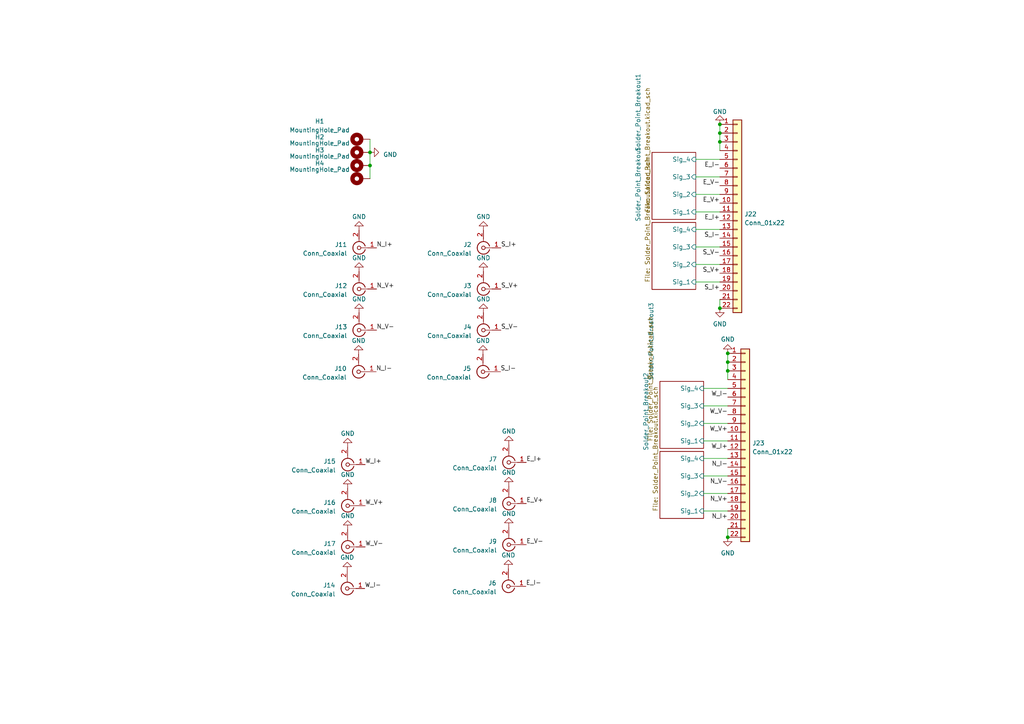
<source format=kicad_sch>
(kicad_sch (version 20230121) (generator eeschema)
  (paper "A4")
  (lib_symbols
    (symbol "Connector:Conn_Coaxial" (pin_names (offset 1.016) hide)
      (property "Reference" "J" (at 0.254 3.048 0))
      (property "Value" "Conn_Coaxial" (at 2.921 0 90))
      (symbol "Conn_Coaxial_0_1"
        (arc (start -1.778 -0.508) (mid 0.2311 -1.8066) (end 1.778 0) (stroke (width 0.254)))
        (polyline (pts (xy -2.54 0) (xy -0.508 0)))
        (polyline (pts (xy 0 -2.54) (xy 0 -1.778)))
        (circle (center 0 0) (radius 0.508) (stroke (width 0.2032)))
        (arc (start 1.778 0) (mid 0.2099 1.8101) (end -1.778 0.508) (stroke (width 0.254)))
      )
      (symbol "Conn_Coaxial_1_1"
        (pin passive line (at -5.08 0 0) (length 2.54) (name "In") (number "1"))
        (pin passive line (at 0 -5.08 90) (length 2.54) (name "Ext") (number "2"))
      )
    )
    (symbol "Connector_Generic:Conn_01x22" (pin_names (offset 1.016) hide)
      (property "Reference" "J" (at 0 27.94 0))
      (property "Value" "Conn_01x22" (at 0 -30.48 0))
      (symbol "Conn_01x22_1_1"
        (rectangle (start -1.27 -27.813) (end 0 -28.067) (stroke (width 0.1524)))
        (rectangle (start -1.27 -25.273) (end 0 -25.527) (stroke (width 0.1524)))
        (rectangle (start -1.27 -22.733) (end 0 -22.987) (stroke (width 0.1524)))
        (rectangle (start -1.27 -20.193) (end 0 -20.447) (stroke (width 0.1524)))
        (rectangle (start -1.27 -17.653) (end 0 -17.907) (stroke (width 0.1524)))
        (rectangle (start -1.27 -15.113) (end 0 -15.367) (stroke (width 0.1524)))
        (rectangle (start -1.27 -12.573) (end 0 -12.827) (stroke (width 0.1524)))
        (rectangle (start -1.27 -10.033) (end 0 -10.287) (stroke (width 0.1524)))
        (rectangle (start -1.27 -7.493) (end 0 -7.747) (stroke (width 0.1524)))
        (rectangle (start -1.27 -4.953) (end 0 -5.207) (stroke (width 0.1524)))
        (rectangle (start -1.27 -2.413) (end 0 -2.667) (stroke (width 0.1524)))
        (rectangle (start -1.27 0.127) (end 0 -0.127) (stroke (width 0.1524)))
        (rectangle (start -1.27 2.667) (end 0 2.413) (stroke (width 0.1524)))
        (rectangle (start -1.27 5.207) (end 0 4.953) (stroke (width 0.1524)))
        (rectangle (start -1.27 7.747) (end 0 7.493) (stroke (width 0.1524)))
        (rectangle (start -1.27 10.287) (end 0 10.033) (stroke (width 0.1524)))
        (rectangle (start -1.27 12.827) (end 0 12.573) (stroke (width 0.1524)))
        (rectangle (start -1.27 15.367) (end 0 15.113) (stroke (width 0.1524)))
        (rectangle (start -1.27 17.907) (end 0 17.653) (stroke (width 0.1524)))
        (rectangle (start -1.27 20.447) (end 0 20.193) (stroke (width 0.1524)))
        (rectangle (start -1.27 22.987) (end 0 22.733) (stroke (width 0.1524)))
        (rectangle (start -1.27 25.527) (end 0 25.273) (stroke (width 0.1524)))
        (rectangle (start -1.27 26.67) (end 1.27 -29.21) (stroke (width 0.254)) (fill (type background)))
        (pin passive line (at -5.08 25.4 0) (length 3.81) (name "Pin_1") (number "1"))
        (pin passive line (at -5.08 2.54 0) (length 3.81) (name "Pin_10") (number "10"))
        (pin passive line (at -5.08 0 0) (length 3.81) (name "Pin_11") (number "11"))
        (pin passive line (at -5.08 -2.54 0) (length 3.81) (name "Pin_12") (number "12"))
        (pin passive line (at -5.08 -5.08 0) (length 3.81) (name "Pin_13") (number "13"))
        (pin passive line (at -5.08 -7.62 0) (length 3.81) (name "Pin_14") (number "14"))
        (pin passive line (at -5.08 -10.16 0) (length 3.81) (name "Pin_15") (number "15"))
        (pin passive line (at -5.08 -12.7 0) (length 3.81) (name "Pin_16") (number "16"))
        (pin passive line (at -5.08 -15.24 0) (length 3.81) (name "Pin_17") (number "17"))
        (pin passive line (at -5.08 -17.78 0) (length 3.81) (name "Pin_18") (number "18"))
        (pin passive line (at -5.08 -20.32 0) (length 3.81) (name "Pin_19") (number "19"))
        (pin passive line (at -5.08 22.86 0) (length 3.81) (name "Pin_2") (number "2"))
        (pin passive line (at -5.08 -22.86 0) (length 3.81) (name "Pin_20") (number "20"))
        (pin passive line (at -5.08 -25.4 0) (length 3.81) (name "Pin_21") (number "21"))
        (pin passive line (at -5.08 -27.94 0) (length 3.81) (name "Pin_22") (number "22"))
        (pin passive line (at -5.08 20.32 0) (length 3.81) (name "Pin_3") (number "3"))
        (pin passive line (at -5.08 17.78 0) (length 3.81) (name "Pin_4") (number "4"))
        (pin passive line (at -5.08 15.24 0) (length 3.81) (name "Pin_5") (number "5"))
        (pin passive line (at -5.08 12.7 0) (length 3.81) (name "Pin_6") (number "6"))
        (pin passive line (at -5.08 10.16 0) (length 3.81) (name "Pin_7") (number "7"))
        (pin passive line (at -5.08 7.62 0) (length 3.81) (name "Pin_8") (number "8"))
        (pin passive line (at -5.08 5.08 0) (length 3.81) (name "Pin_9") (number "9"))
      )
    )
    (symbol "Mechanical:MountingHole_Pad" (pin_numbers hide) (pin_names (offset 1.016) hide)
      (property "Reference" "H" (at 0 6.35 0))
      (property "Value" "MountingHole_Pad" (at 0 4.445 0))
      (symbol "MountingHole_Pad_0_1"
        (circle (center 0 1.27) (radius 1.27) (stroke (width 1.27)))
      )
      (symbol "MountingHole_Pad_1_1"
        (pin input line (at 0 -2.54 90) (length 2.54) (name "1") (number "1"))
      )
    )
    (symbol "power:GND" (power) (pin_names (offset 0))
      (property "Value" "GND" (at 0 -3.81 0))
      (symbol "GND_0_1"
        (polyline (pts (xy 0 0) (xy 0 -1.27) (xy 1.27 -1.27) (xy 0 -2.54) (xy -1.27 -1.27) (xy 0 -1.27)))
      )
      (symbol "GND_1_1"
        (pin power_in line (at 0 0 270) (length 0) hide (name "GND") (number "1"))
      )
    )
  )
  (junction (at 211.074 105.029))
  (junction (at 208.788 36.068))
  (junction (at 208.788 41.148))
  (junction (at 208.788 38.608))
  (junction (at 211.074 102.489))
  (junction (at 208.788 89.408))
  (junction (at 211.074 107.569))
  (junction (at 107.315 44.196))
  (junction (at 211.074 155.829))
  (junction (at 107.315 48.006))
  (wire (pts (xy 208.788 36.068) (xy 208.788 38.608)))
  (wire (pts (xy 204.089 148.209) (xy 211.074 148.209)))
  (wire (pts (xy 201.803 51.308) (xy 208.788 51.308)))
  (wire (pts (xy 204.089 122.809) (xy 211.074 122.809)))
  (wire (pts (xy 208.788 86.868) (xy 208.788 89.408)))
  (wire (pts (xy 204.089 143.129) (xy 211.074 143.129)))
  (wire (pts (xy 201.803 81.788) (xy 208.788 81.788)))
  (wire (pts (xy 107.315 40.386) (xy 107.315 44.196)))
  (wire (pts (xy 107.315 44.196) (xy 107.315 48.006)))
  (wire (pts (xy 204.089 117.729) (xy 211.074 117.729)))
  (wire (pts (xy 211.074 102.489) (xy 211.074 105.029)))
  (wire (pts (xy 201.803 56.388) (xy 208.788 56.388)))
  (wire (pts (xy 201.803 61.468) (xy 208.788 61.468)))
  (wire (pts (xy 208.788 38.608) (xy 208.788 41.148)))
  (wire (pts (xy 201.803 66.548) (xy 208.788 66.548)))
  (wire (pts (xy 204.089 138.049) (xy 211.074 138.049)))
  (wire (pts (xy 204.089 127.889) (xy 211.074 127.889)))
  (wire (pts (xy 204.089 112.649) (xy 211.074 112.649)))
  (wire (pts (xy 201.803 71.628) (xy 208.788 71.628)))
  (wire (pts (xy 107.315 48.006) (xy 107.315 51.816)))
  (wire (pts (xy 211.074 153.289) (xy 211.074 155.829)))
  (wire (pts (xy 208.788 41.148) (xy 208.788 43.688)))
  (wire (pts (xy 204.089 132.969) (xy 211.074 132.969)))
  (wire (pts (xy 211.074 105.029) (xy 211.074 107.569)))
  (wire (pts (xy 211.074 107.569) (xy 211.074 110.109)))
  (wire (pts (xy 201.803 46.228) (xy 208.788 46.228)))
  (wire (pts (xy 201.803 76.708) (xy 208.788 76.708)))
  (label "S_I-" (at 145.161 107.823 0))
  (label "N_I-" (at 109.093 107.823 0))
  (label "N_V-" (at 211.074 140.589 180))
  (label "W_V-" (at 105.918 158.623 0))
  (label "W_V+" (at 211.074 125.349 180))
  (label "S_V-" (at 208.788 74.168 180))
  (label "N_I-" (at 211.074 135.509 180))
  (label "N_I+" (at 109.22 71.882 0))
  (label "E_I-" (at 208.788 48.768 180))
  (label "S_V-" (at 145.288 95.758 0))
  (label "S_V+" (at 145.288 83.82 0))
  (label "E_V+" (at 208.788 58.928 180))
  (label "W_I-" (at 211.074 115.189 180))
  (label "W_I+" (at 211.074 130.429 180))
  (label "E_I+" (at 208.788 64.008 180))
  (label "N_V-" (at 109.22 95.758 0))
  (label "S_I-" (at 208.788 69.088 180))
  (label "E_I-" (at 152.527 170.053 0))
  (label "N_V+" (at 109.22 83.82 0))
  (label "S_I+" (at 208.788 84.328 180))
  (label "N_I+" (at 211.074 150.749 180))
  (label "E_V-" (at 152.654 157.988 0))
  (label "W_I-" (at 105.791 170.688 0))
  (label "W_V+" (at 105.918 146.685 0))
  (label "W_V-" (at 211.074 120.269 180))
  (label "E_I+" (at 152.654 134.112 0))
  (label "W_I+" (at 105.918 134.747 0))
  (label "E_V-" (at 208.788 53.848 180))
  (label "E_V+" (at 152.654 146.05 0))
  (label "S_V+" (at 208.788 79.248 180))
  (label "N_V+" (at 211.074 145.669 180))
  (label "S_I+" (at 145.288 71.882 0))
  (symbol (lib_id "Connector:Conn_Coaxial") (at 104.14 71.882 180) (unit 1)
    (property "Reference" "J11" (at 100.711 70.9538 0) (effects (justify left)))
    (property "Value" "Conn_Coaxial" (at 100.711 73.4938 0) (effects (justify left)))
    (property "Footprint" "0_Breakout_footprint_lib:ANT-TH_DOSIN-801-0057" (effects hide))
    (property "Datasheet" " ~" (effects hide))
    (property "LCSC" "C709675" (effects hide))
  )
  (symbol (lib_id "Mechanical:MountingHole_Pad") (at 104.775 40.386 90) (unit 1)
    (property "Reference" "H1" (at 92.71 35.179 90))
    (property "Value" "MountingHole_Pad" (at 92.71 37.719 90))
    (property "Footprint" "MountingHole:MountingHole_3mm_Pad" (effects hide))
  )
  (symbol (lib_id "power:GND") (at 211.074 155.829 0) (unit 1)
    (property "Reference" "#PWR019" (effects hide))
    (property "Value" "GND" (at 211.074 160.401 0))
  )
  (symbol (lib_id "Connector_Generic:Conn_01x22") (at 216.154 127.889 0) (unit 1)
    (property "Reference" "J23" (at 218.186 128.524 0) (effects (justify left)))
    (property "Value" "Conn_01x22" (at 218.186 131.064 0) (effects (justify left)))
    (property "Footprint" "0_Breakout_footprint_lib:FPC-SMD_20P-P0.50_XUNPU_FPC-05F-20PH20" (effects hide))
    (property "LCSC" "C2856803" (effects hide))
  )
  (symbol (lib_id "Connector:Conn_Coaxial") (at 100.711 170.688 180) (unit 1)
    (property "Reference" "J14" (at 97.282 169.7598 0) (effects (justify left)))
    (property "Value" "Conn_Coaxial" (at 97.282 172.2998 0) (effects (justify left)))
    (property "Footprint" "0_Breakout_footprint_lib:ANT-TH_DOSIN-801-0057" (effects hide))
    (property "Datasheet" " ~" (effects hide))
    (property "LCSC" "C709675" (effects hide))
  )
  (symbol (lib_id "Connector:Conn_Coaxial") (at 100.838 158.623 180) (unit 1)
    (property "Reference" "J17" (at 97.409 157.6948 0) (effects (justify left)))
    (property "Value" "Conn_Coaxial" (at 97.409 160.2348 0) (effects (justify left)))
    (property "Footprint" "0_Breakout_footprint_lib:ANT-TH_DOSIN-801-0057" (effects hide))
    (property "Datasheet" " ~" (effects hide))
    (property "LCSC" "C709675" (effects hide))
  )
  (symbol (lib_id "Connector_Generic:Conn_01x22") (at 213.868 61.468 0) (unit 1)
    (property "Reference" "J22" (at 215.9 62.103 0) (effects (justify left)))
    (property "Value" "Conn_01x22" (at 215.9 64.643 0) (effects (justify left)))
    (property "Footprint" "0_Breakout_footprint_lib:FPC-SMD_20P-P0.50_XUNPU_FPC-05F-20PH20" (effects hide))
    (property "LCSC" "C2856803" (effects hide))
  )
  (symbol (lib_id "Connector:Conn_Coaxial") (at 147.574 157.988 180) (unit 1)
    (property "Reference" "J9" (at 144.145 157.0598 0) (effects (justify left)))
    (property "Value" "Conn_Coaxial" (at 144.145 159.5998 0) (effects (justify left)))
    (property "Footprint" "0_Breakout_footprint_lib:ANT-TH_DOSIN-801-0057" (effects hide))
    (property "Datasheet" " ~" (effects hide))
    (property "LCSC" "C709675" (effects hide))
  )
  (symbol (lib_id "Connector:Conn_Coaxial") (at 140.208 71.882 180) (unit 1)
    (property "Reference" "J2" (at 136.779 70.9538 0) (effects (justify left)))
    (property "Value" "Conn_Coaxial" (at 136.779 73.4938 0) (effects (justify left)))
    (property "Footprint" "0_Breakout_footprint_lib:ANT-TH_DOSIN-801-0057" (effects hide))
    (property "Datasheet" " ~" (effects hide))
    (property "LCSC" "C709675" (effects hide))
  )
  (symbol (lib_id "Connector:Conn_Coaxial") (at 140.081 107.823 180) (unit 1)
    (property "Reference" "J5" (at 136.652 106.8948 0) (effects (justify left)))
    (property "Value" "Conn_Coaxial" (at 136.652 109.4348 0) (effects (justify left)))
    (property "Footprint" "0_Breakout_footprint_lib:ANT-TH_DOSIN-801-0057" (effects hide))
    (property "Datasheet" " ~" (effects hide))
    (property "LCSC" "C709675" (effects hide))
  )
  (symbol (lib_id "power:GND") (at 100.838 153.543 180) (unit 1)
    (property "Reference" "#PWR018" (effects hide))
    (property "Value" "GND" (at 100.838 149.606 0))
  )
  (symbol (lib_id "power:GND") (at 104.14 78.74 180) (unit 1)
    (property "Reference" "#PWR013" (effects hide))
    (property "Value" "GND" (at 104.14 74.803 0))
  )
  (symbol (lib_id "Mechanical:MountingHole_Pad") (at 104.775 48.006 90) (unit 1)
    (property "Reference" "H3" (at 92.71 43.561 90))
    (property "Value" "MountingHole_Pad" (at 92.71 45.339 90))
    (property "Footprint" "MountingHole:MountingHole_3mm_Pad" (effects hide))
  )
  (symbol (lib_id "power:GND") (at 147.447 164.973 180) (unit 1)
    (property "Reference" "#PWR07" (effects hide))
    (property "Value" "GND" (at 147.447 161.036 0))
  )
  (symbol (lib_id "Mechanical:MountingHole_Pad") (at 104.775 44.196 90) (unit 1)
    (property "Reference" "H2" (at 92.71 39.751 90))
    (property "Value" "MountingHole_Pad" (at 92.71 41.529 90))
    (property "Footprint" "MountingHole:MountingHole_3mm_Pad" (effects hide))
  )
  (symbol (lib_id "power:GND") (at 147.574 152.908 180) (unit 1)
    (property "Reference" "#PWR010" (effects hide))
    (property "Value" "GND" (at 147.574 148.971 0))
  )
  (symbol (lib_id "power:GND") (at 140.208 78.74 180) (unit 1)
    (property "Reference" "#PWR04" (effects hide))
    (property "Value" "GND" (at 140.208 74.803 0))
  )
  (symbol (lib_id "power:GND") (at 140.081 102.743 180) (unit 1)
    (property "Reference" "#PWR06" (effects hide))
    (property "Value" "GND" (at 140.081 98.806 0))
  )
  (symbol (lib_id "Connector:Conn_Coaxial") (at 140.208 83.82 180) (unit 1)
    (property "Reference" "J3" (at 136.779 82.8918 0) (effects (justify left)))
    (property "Value" "Conn_Coaxial" (at 136.779 85.4318 0) (effects (justify left)))
    (property "Footprint" "0_Breakout_footprint_lib:ANT-TH_DOSIN-801-0057" (effects hide))
    (property "Datasheet" " ~" (effects hide))
    (property "LCSC" "C709675" (effects hide))
  )
  (symbol (lib_id "power:GND") (at 100.711 165.608 180) (unit 1)
    (property "Reference" "#PWR015" (effects hide))
    (property "Value" "GND" (at 100.711 161.671 0))
  )
  (symbol (lib_id "power:GND") (at 147.574 140.97 180) (unit 1)
    (property "Reference" "#PWR09" (effects hide))
    (property "Value" "GND" (at 147.574 137.033 0))
  )
  (symbol (lib_id "Connector:Conn_Coaxial") (at 147.447 170.053 180) (unit 1)
    (property "Reference" "J6" (at 144.018 169.1248 0) (effects (justify left)))
    (property "Value" "Conn_Coaxial" (at 144.018 171.6648 0) (effects (justify left)))
    (property "Footprint" "0_Breakout_footprint_lib:ANT-TH_DOSIN-801-0057" (effects hide))
    (property "Datasheet" " ~" (effects hide))
    (property "LCSC" "C709675" (effects hide))
  )
  (symbol (lib_id "Connector:Conn_Coaxial") (at 140.208 95.758 180) (unit 1)
    (property "Reference" "J4" (at 136.779 94.8298 0) (effects (justify left)))
    (property "Value" "Conn_Coaxial" (at 136.779 97.3698 0) (effects (justify left)))
    (property "Footprint" "0_Breakout_footprint_lib:ANT-TH_DOSIN-801-0057" (effects hide))
    (property "Datasheet" " ~" (effects hide))
    (property "LCSC" "C709675" (effects hide))
  )
  (symbol (lib_id "power:GND") (at 211.074 102.489 180) (unit 1)
    (property "Reference" "#PWR020" (effects hide))
    (property "Value" "GND" (at 211.074 98.425 0))
  )
  (symbol (lib_id "power:GND") (at 100.838 129.667 180) (unit 1)
    (property "Reference" "#PWR016" (effects hide))
    (property "Value" "GND" (at 100.838 125.73 0))
  )
  (symbol (lib_id "power:GND") (at 104.013 102.743 180) (unit 1)
    (property "Reference" "#PWR011" (effects hide))
    (property "Value" "GND" (at 104.013 98.806 0))
  )
  (symbol (lib_id "power:GND") (at 208.788 36.068 180) (unit 1)
    (property "Reference" "#PWR021" (effects hide))
    (property "Value" "GND" (at 208.788 32.385 0))
  )
  (symbol (lib_id "power:GND") (at 100.838 141.605 180) (unit 1)
    (property "Reference" "#PWR017" (effects hide))
    (property "Value" "GND" (at 100.838 137.668 0))
  )
  (symbol (lib_id "Connector:Conn_Coaxial") (at 147.574 134.112 180) (unit 1)
    (property "Reference" "J7" (at 144.145 133.1838 0) (effects (justify left)))
    (property "Value" "Conn_Coaxial" (at 144.145 135.7238 0) (effects (justify left)))
    (property "Footprint" "0_Breakout_footprint_lib:ANT-TH_DOSIN-801-0057" (effects hide))
    (property "Datasheet" " ~" (effects hide))
    (property "LCSC" "C709675" (effects hide))
  )
  (symbol (lib_id "power:GND") (at 104.14 66.802 180) (unit 1)
    (property "Reference" "#PWR012" (effects hide))
    (property "Value" "GND" (at 104.14 62.865 0))
  )
  (symbol (lib_id "Connector:Conn_Coaxial") (at 100.838 146.685 180) (unit 1)
    (property "Reference" "J16" (at 97.409 145.7568 0) (effects (justify left)))
    (property "Value" "Conn_Coaxial" (at 97.409 148.2968 0) (effects (justify left)))
    (property "Footprint" "0_Breakout_footprint_lib:ANT-TH_DOSIN-801-0057" (effects hide))
    (property "Datasheet" " ~" (effects hide))
    (property "LCSC" "C709675" (effects hide))
  )
  (symbol (lib_id "power:GND") (at 104.14 90.678 180) (unit 1)
    (property "Reference" "#PWR014" (effects hide))
    (property "Value" "GND" (at 104.14 86.741 0))
  )
  (symbol (lib_id "power:GND") (at 107.315 44.196 90) (unit 1)
    (property "Reference" "#PWR01" (effects hide))
    (property "Value" "GND" (at 111.125 44.831 90) (effects (justify right)))
  )
  (symbol (lib_id "Connector:Conn_Coaxial") (at 147.574 146.05 180) (unit 1)
    (property "Reference" "J8" (at 144.145 145.1218 0) (effects (justify left)))
    (property "Value" "Conn_Coaxial" (at 144.145 147.6618 0) (effects (justify left)))
    (property "Footprint" "0_Breakout_footprint_lib:ANT-TH_DOSIN-801-0057" (effects hide))
    (property "Datasheet" " ~" (effects hide))
    (property "LCSC" "C709675" (effects hide))
  )
  (symbol (lib_id "Mechanical:MountingHole_Pad") (at 104.775 51.816 90) (unit 1)
    (property "Reference" "H4" (at 92.71 47.371 90))
    (property "Value" "MountingHole_Pad" (at 92.71 49.149 90))
    (property "Footprint" "MountingHole:MountingHole_3mm_Pad" (effects hide))
  )
  (symbol (lib_id "Connector:Conn_Coaxial") (at 104.14 95.758 180) (unit 1)
    (property "Reference" "J13" (at 100.711 94.8298 0) (effects (justify left)))
    (property "Value" "Conn_Coaxial" (at 100.711 97.3698 0) (effects (justify left)))
    (property "Footprint" "0_Breakout_footprint_lib:ANT-TH_DOSIN-801-0057" (effects hide))
    (property "Datasheet" " ~" (effects hide))
    (property "LCSC" "C709675" (effects hide))
  )
  (symbol (lib_id "Connector:Conn_Coaxial") (at 104.14 83.82 180) (unit 1)
    (property "Reference" "J12" (at 100.711 82.8918 0) (effects (justify left)))
    (property "Value" "Conn_Coaxial" (at 100.711 85.4318 0) (effects (justify left)))
    (property "Footprint" "0_Breakout_footprint_lib:ANT-TH_DOSIN-801-0057" (effects hide))
    (property "Datasheet" " ~" (effects hide))
    (property "LCSC" "C709675" (effects hide))
  )
  (symbol (lib_id "power:GND") (at 147.574 129.032 180) (unit 1)
    (property "Reference" "#PWR08" (effects hide))
    (property "Value" "GND" (at 147.574 125.095 0))
  )
  (symbol (lib_id "Connector:Conn_Coaxial") (at 100.838 134.747 180) (unit 1)
    (property "Reference" "J15" (at 97.409 133.8188 0) (effects (justify left)))
    (property "Value" "Conn_Coaxial" (at 97.409 136.3588 0) (effects (justify left)))
    (property "Footprint" "0_Breakout_footprint_lib:ANT-TH_DOSIN-801-0057" (effects hide))
    (property "Datasheet" " ~" (effects hide))
    (property "LCSC" "C709675" (effects hide))
  )
  (symbol (lib_id "Connector:Conn_Coaxial") (at 104.013 107.823 180) (unit 1)
    (property "Reference" "J10" (at 100.584 106.8948 0) (effects (justify left)))
    (property "Value" "Conn_Coaxial" (at 100.584 109.4348 0) (effects (justify left)))
    (property "Footprint" "0_Breakout_footprint_lib:ANT-TH_DOSIN-801-0057" (effects hide))
    (property "Datasheet" " ~" (effects hide))
    (property "LCSC" "C709675" (effects hide))
  )
  (symbol (lib_id "power:GND") (at 140.208 66.802 180) (unit 1)
    (property "Reference" "#PWR03" (effects hide))
    (property "Value" "GND" (at 140.208 62.865 0))
  )
  (symbol (lib_id "power:GND") (at 208.788 89.408 0) (unit 1)
    (property "Reference" "#PWR02" (effects hide))
    (property "Value" "GND" (at 208.788 93.98 0))
  )
  (symbol (lib_id "power:GND") (at 140.208 90.678 180) (unit 1)
    (property "Reference" "#PWR05" (effects hide))
    (property "Value" "GND" (at 140.208 86.741 0))
  )
  (sheet (at 189.103 64.516) (size 12.7 19.431) (stroke (width 0.1524))
    (property "Sheetname" "Solder_Point_Breakout" (at 185.801 64.262 90) (effects (justify left bottom)))
    (property "Sheetfile" "Solder_Point_Breakout.kicad_sch" (at 187.071 81.915 90) (effects (justify left top)))
    (pin "Sig_1" input (at 201.803 81.788 0))
    (pin "Sig_2" input (at 201.803 76.708 0))
    (pin "Sig_3" input (at 201.803 71.628 0))
    (pin "Sig_4" input (at 201.803 66.548 0))
  )
  (sheet (at 191.389 130.937) (size 12.7 19.431) (stroke (width 0.1524))
    (property "Sheetname" "Solder_Point_Breakout2" (at 188.087 130.683 90) (effects (justify left bottom)))
    (property "Sheetfile" "Solder_Point_Breakout.kicad_sch" (at 189.357 148.336 90) (effects (justify left top)))
    (pin "Sig_1" input (at 204.089 148.209 0))
    (pin "Sig_2" input (at 204.089 143.129 0))
    (pin "Sig_3" input (at 204.089 138.049 0))
    (pin "Sig_4" input (at 204.089 132.969 0))
  )
  (sheet (at 189.103 44.196) (size 12.7 19.431) (stroke (width 0.1524))
    (property "Sheetname" "Solder_Point_Breakout1" (at 185.801 43.942 90) (effects (justify left bottom)))
    (property "Sheetfile" "Solder_Point_Breakout.kicad_sch" (at 187.071 61.595 90) (effects (justify left top)))
    (pin "Sig_1" input (at 201.803 61.468 0))
    (pin "Sig_2" input (at 201.803 56.388 0))
    (pin "Sig_3" input (at 201.803 51.308 0))
    (pin "Sig_4" input (at 201.803 46.228 0))
  )
  (sheet (at 191.389 110.617) (size 12.7 19.431) (stroke (width 0.1524))
    (property "Sheetname" "Solder_Point_Breakout3" (at 188.087 110.363 90) (effects (justify left top)))
    (property "Sheetfile" "Solder_Point_Breakout.kicad_sch" (at 189.357 128.016 90) (effects (justify left bottom)))
    (pin "Sig_1" input (at 204.089 127.889 0))
    (pin "Sig_2" input (at 204.089 122.809 0))
    (pin "Sig_3" input (at 204.089 117.729 0))
    (pin "Sig_4" input (at 204.089 112.649 0))
  )
)
</source>
